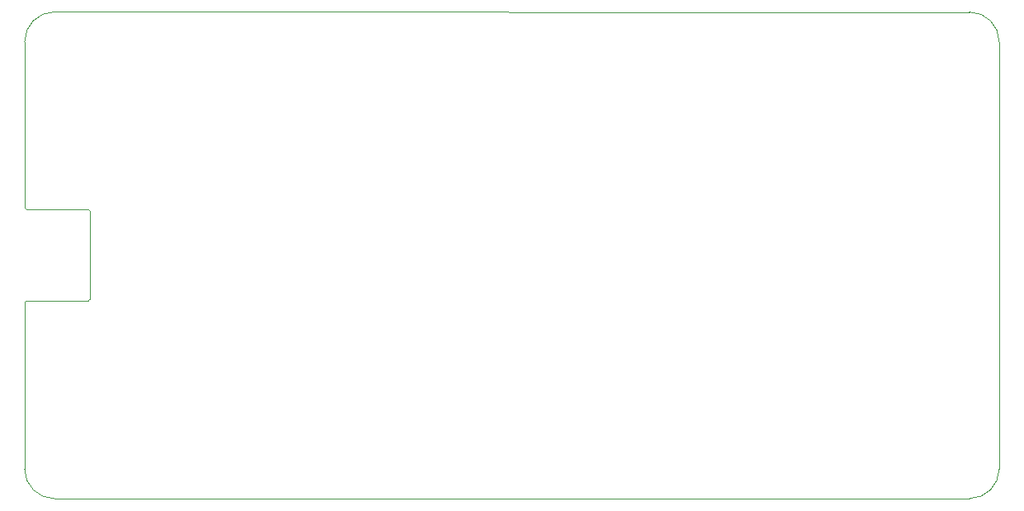
<source format=gbr>
%TF.GenerationSoftware,KiCad,Pcbnew,(5.1.6)-1*%
%TF.CreationDate,2020-05-31T03:06:52+03:00*%
%TF.ProjectId,Project,50726f6a-6563-4742-9e6b-696361645f70,rev?*%
%TF.SameCoordinates,Original*%
%TF.FileFunction,Profile,NP*%
%FSLAX46Y46*%
G04 Gerber Fmt 4.6, Leading zero omitted, Abs format (unit mm)*
G04 Created by KiCad (PCBNEW (5.1.6)-1) date 2020-05-31 03:06:52*
%MOMM*%
%LPD*%
G01*
G04 APERTURE LIST*
%TA.AperFunction,Profile*%
%ADD10C,0.050000*%
%TD*%
G04 APERTURE END LIST*
D10*
X62611000Y-84353400D02*
X62611000Y-67297300D01*
X62611000Y-94081600D02*
X62611000Y-111185856D01*
X69164200Y-93929200D02*
X62763400Y-93929200D01*
X69164200Y-84505800D02*
X62763400Y-84505800D01*
X69316600Y-93776800D02*
X69316600Y-84658200D01*
X69164200Y-84505800D02*
G75*
G02*
X69316600Y-84658200I0J-152400D01*
G01*
X69316600Y-93776800D02*
G75*
G02*
X69164200Y-93929200I-152400J0D01*
G01*
X62611000Y-94081600D02*
G75*
G02*
X62763400Y-93929200I152400J0D01*
G01*
X62763400Y-84505800D02*
G75*
G02*
X62611000Y-84353400I0J152400D01*
G01*
X162610800Y-111185856D02*
X162610800Y-67299944D01*
X65661644Y-114236500D02*
X159560156Y-114236500D01*
X159560156Y-64249300D02*
X65661644Y-64246656D01*
X65661644Y-114236500D02*
G75*
G02*
X62611000Y-111185856I0J3050644D01*
G01*
X62611000Y-67297300D02*
G75*
G02*
X65661644Y-64246656I3050644J0D01*
G01*
X159560156Y-64249300D02*
G75*
G02*
X162610800Y-67299944I0J-3050644D01*
G01*
X162610800Y-111185856D02*
G75*
G02*
X159560156Y-114236500I-3050644J0D01*
G01*
M02*

</source>
